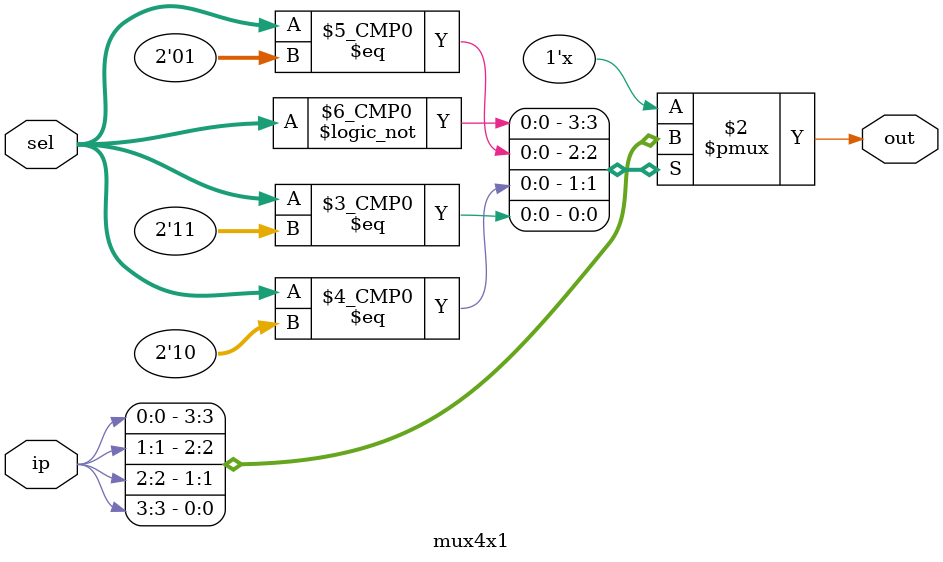
<source format=v>
`timescale 1ns / 1ps

module mux4x1(
    input [3:0]ip,
    output reg out,
    input [1:0]sel
    );
    
    always @(*) 
    begin
        case(sel)
            2'b00: out = ip[0];  
            2'b01: out = ip[1];  
            2'b10: out = ip[2];  
            2'b11: out = ip[3];
        endcase
    end
endmodule
</source>
